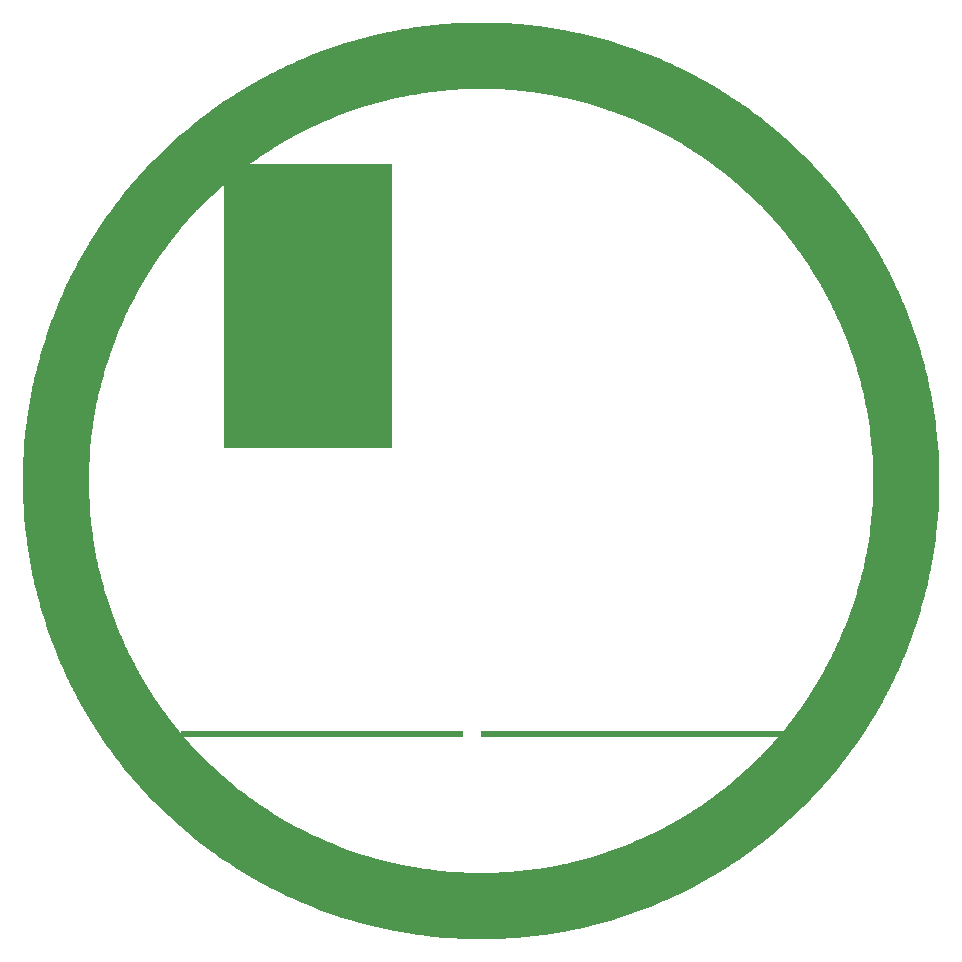
<source format=gko>
%FSTAX23Y23*%
%MOIN*%
%SFA1B1*%

%IPPOS*%
%ADD74C,0.220000*%
%ADD75R,1.005390X0.020000*%
%ADD76R,0.941930X0.020000*%
%ADD77R,0.562980X0.945000*%
%LNspeakeasy_audio-1*%
%LPD*%
G54D74*
X04566Y03149D02*
X04566Y03159D01*
X04566Y03169*
X04566Y03179*
X04566Y03189*
X04566Y03199*
X04565Y03209*
X04565Y03219*
X04564Y03229*
X04564Y03239*
X04563Y03249*
X04562Y03259*
X04561Y03269*
X0456Y03279*
X0456Y03289*
X04559Y03299*
X04557Y03309*
X04556Y03319*
X04555Y03329*
X04554Y03338*
X04552Y03348*
X04551Y03358*
X04549Y03368*
X04548Y03378*
X04546Y03388*
X04544Y03398*
X04543Y03408*
X04541Y03417*
X04539Y03427*
X04537Y03437*
X04535Y03447*
X04533Y03456*
X04531Y03466*
X04528Y03476*
X04526Y03486*
X04523Y03495*
X04521Y03505*
X04518Y03515*
X04516Y03524*
X04513Y03534*
X0451Y03544*
X04508Y03553*
X04505Y03563*
X04502Y03572*
X04499Y03582*
X04496Y03591*
X04493Y03601*
X04489Y0361*
X04486Y0362*
X04483Y03629*
X04479Y03639*
X04476Y03648*
X04472Y03657*
X04469Y03667*
X04465Y03676*
X04461Y03685*
X04457Y03694*
X04453Y03704*
X0445Y03713*
X04446Y03722*
X04441Y03731*
X04437Y0374*
X04433Y03749*
X04429Y03758*
X04425Y03767*
X0442Y03776*
X04416Y03785*
X04411Y03794*
X04407Y03803*
X04402Y03812*
X04397Y03821*
X04392Y03829*
X04388Y03838*
X04383Y03847*
X04378Y03856*
X04373Y03864*
X04368Y03873*
X04363Y03881*
X04357Y0389*
X04352Y03898*
X04347Y03907*
X04341Y03915*
X04336Y03924*
X04331Y03932*
X04325Y0394*
X04319Y03949*
X04314Y03957*
X04308Y03965*
X04302Y03973*
X04296Y03981*
X0429Y03989*
X04284Y03997*
X04278Y04005*
X04272Y04013*
X04266Y04021*
X0426Y04029*
X04254Y04037*
X04248Y04045*
X04241Y04052*
X04235Y0406*
X04228Y04068*
X04222Y04075*
X04215Y04083*
X04209Y0409*
X04202Y04098*
X04195Y04105*
X04189Y04113*
X04182Y0412*
X04175Y04127*
X04168Y04134*
X04161Y04142*
X04154Y04149*
X04147Y04156*
X0414Y04163*
X04133Y0417*
X04125Y04177*
X04118Y04183*
X04111Y0419*
X04103Y04197*
X04096Y04204*
X04089Y0421*
X04081Y04217*
X04073Y04224*
X04066Y0423*
X04058Y04236*
X04051Y04243*
X04043Y04249*
X04035Y04255*
X04027Y04262*
X04019Y04268*
X04011Y04274*
X04003Y0428*
X03995Y04286*
X03987Y04292*
X03979Y04298*
X03971Y04304*
X03963Y04309*
X03955Y04315*
X03947Y04321*
X03938Y04326*
X0393Y04332*
X03922Y04337*
X03913Y04343*
X03905Y04348*
X03896Y04353*
X03888Y04359*
X03879Y04364*
X03871Y04369*
X03862Y04374*
X03853Y04379*
X03845Y04384*
X03836Y04389*
X03827Y04394*
X03818Y04398*
X0381Y04403*
X03801Y04408*
X03792Y04412*
X03783Y04417*
X03774Y04421*
X03765Y04426*
X03756Y0443*
X03747Y04434*
X03738Y04438*
X03729Y04442*
X0372Y04447*
X0371Y04451*
X03701Y04454*
X03692Y04458*
X03683Y04462*
X03674Y04466*
X03664Y0447*
X03655Y04473*
X03646Y04477*
X03636Y0448*
X03627Y04484*
X03617Y04487*
X03608Y0449*
X03598Y04493*
X03589Y04496*
X03579Y045*
X0357Y04503*
X0356Y04505*
X03551Y04508*
X03541Y04511*
X03532Y04514*
X03522Y04517*
X03512Y04519*
X03503Y04522*
X03493Y04524*
X03483Y04526*
X03474Y04529*
X03464Y04531*
X03454Y04533*
X03444Y04535*
X03434Y04537*
X03425Y04539*
X03415Y04541*
X03405Y04543*
X03395Y04545*
X03385Y04547*
X03376Y04548*
X03366Y0455*
X03356Y04551*
X03346Y04553*
X03336Y04554*
X03326Y04555*
X03316Y04557*
X03306Y04558*
X03296Y04559*
X03286Y0456*
X03276Y04561*
X03266Y04562*
X03256Y04562*
X03246Y04563*
X03237Y04564*
X03227Y04564*
X03217Y04565*
X03207Y04565*
X03197Y04566*
X03187Y04566*
X03177Y04566*
X03167Y04566*
X03157Y04566*
X03147Y04566*
X03137Y04566*
X03127Y04566*
X03117Y04566*
X03107Y04566*
X03097Y04565*
X03087Y04565*
X03077Y04565*
X03067Y04564*
X03057Y04563*
X03047Y04563*
X03037Y04562*
X03027Y04561*
X03017Y0456*
X03007Y04559*
X02997Y04558*
X02987Y04557*
X02977Y04556*
X02967Y04555*
X02957Y04553*
X02947Y04552*
X02938Y04551*
X02928Y04549*
X02918Y04547*
X02908Y04546*
X02898Y04544*
X02888Y04542*
X02878Y0454*
X02869Y04538*
X02859Y04536*
X02849Y04534*
X02839Y04532*
X0283Y0453*
X0282Y04528*
X0281Y04525*
X028Y04523*
X02791Y0452*
X02781Y04518*
X02771Y04515*
X02762Y04512*
X02752Y0451*
X02743Y04507*
X02733Y04504*
X02724Y04501*
X02714Y04498*
X02704Y04495*
X02695Y04492*
X02686Y04488*
X02676Y04485*
X02667Y04482*
X02657Y04478*
X02648Y04475*
X02639Y04471*
X02629Y04468*
X0262Y04464*
X02611Y0446*
X02602Y04456*
X02592Y04452*
X02583Y04449*
X02574Y04445*
X02565Y0444*
X02556Y04436*
X02547Y04432*
X02538Y04428*
X02529Y04423*
X0252Y04419*
X02511Y04415*
X02502Y0441*
X02493Y04405*
X02484Y04401*
X02475Y04396*
X02467Y04391*
X02458Y04386*
X02449Y04382*
X0244Y04377*
X02432Y04372*
X02423Y04366*
X02415Y04361*
X02406Y04356*
X02398Y04351*
X02389Y04345*
X02381Y0434*
X02372Y04335*
X02364Y04329*
X02356Y04324*
X02347Y04318*
X02339Y04312*
X02331Y04307*
X02323Y04301*
X02315Y04295*
X02307Y04289*
X02299Y04283*
X02291Y04277*
X02283Y04271*
X02275Y04265*
X02267Y04259*
X02259Y04252*
X02252Y04246*
X02244Y0424*
X02236Y04233*
X02229Y04227*
X02221Y0422*
X02213Y04214*
X02206Y04207*
X02199Y042*
X02191Y04194*
X02184Y04187*
X02176Y0418*
X02169Y04173*
X02162Y04166*
X02155Y04159*
X02148Y04152*
X02141Y04145*
X02134Y04138*
X02127Y04131*
X0212Y04124*
X02113Y04116*
X02106Y04109*
X021Y04102*
X02093Y04094*
X02086Y04087*
X0208Y04079*
X02073Y04072*
X02067Y04064*
X0206Y04056*
X02054Y04049*
X02047Y04041*
X02041Y04033*
X02035Y04025*
X02029Y04017*
X02023Y04009*
X02017Y04001*
X02011Y03993*
X02005Y03985*
X01999Y03977*
X01993Y03969*
X01987Y03961*
X01982Y03953*
X01976Y03945*
X0197Y03936*
X01965Y03928*
X01959Y0392*
X01954Y03911*
X01949Y03903*
X01943Y03894*
X01938Y03886*
X01933Y03877*
X01928Y03869*
X01923Y0386*
X01918Y03851*
X01913Y03843*
X01908Y03834*
X01903Y03825*
X01899Y03816*
X01894Y03807*
X01889Y03799*
X01885Y0379*
X0188Y03781*
X01876Y03772*
X01872Y03763*
X01867Y03754*
X01863Y03745*
X01859Y03736*
X01855Y03727*
X01851Y03717*
X01847Y03708*
X01843Y03699*
X01839Y0369*
X01835Y03681*
X01831Y03671*
X01828Y03662*
X01824Y03653*
X01821Y03643*
X01817Y03634*
X01814Y03624*
X01811Y03615*
X01807Y03606*
X01804Y03596*
X01801Y03587*
X01798Y03577*
X01795Y03568*
X01792Y03558*
X01789Y03548*
X01786Y03539*
X01784Y03529*
X01781Y0352*
X01778Y0351*
X01776Y035*
X01774Y03491*
X01771Y03481*
X01769Y03471*
X01767Y03461*
X01764Y03452*
X01762Y03442*
X0176Y03432*
X01758Y03422*
X01756Y03412*
X01755Y03403*
X01753Y03393*
X01751Y03383*
X0175Y03373*
X01748Y03363*
X01747Y03353*
X01745Y03343*
X01744Y03334*
X01743Y03324*
X01741Y03314*
X0174Y03304*
X01739Y03294*
X01738Y03284*
X01737Y03274*
X01736Y03264*
X01736Y03254*
X01735Y03244*
X01734Y03234*
X01734Y03224*
X01733Y03214*
X01733Y03204*
X01733Y03194*
X01732Y03184*
X01732Y03174*
X01732Y03164*
X01732Y03154*
Y03144*
X01732Y03134*
X01732Y03124*
X01732Y03114*
X01733Y03104*
X01733Y03094*
X01733Y03084*
X01734Y03074*
X01734Y03064*
X01735Y03054*
X01736Y03044*
X01736Y03034*
X01737Y03024*
X01738Y03014*
X01739Y03004*
X0174Y02995*
X01741Y02985*
X01743Y02975*
X01744Y02965*
X01745Y02955*
X01747Y02945*
X01748Y02935*
X0175Y02925*
X01751Y02915*
X01753Y02905*
X01755Y02896*
X01756Y02886*
X01758Y02876*
X0176Y02866*
X01762Y02856*
X01764Y02847*
X01767Y02837*
X01769Y02827*
X01771Y02817*
X01774Y02808*
X01776Y02798*
X01778Y02788*
X01781Y02779*
X01784Y02769*
X01786Y02759*
X01789Y0275*
X01792Y0274*
X01795Y02731*
X01798Y02721*
X01801Y02712*
X01804Y02702*
X01807Y02693*
X01811Y02683*
X01814Y02674*
X01817Y02664*
X01821Y02655*
X01824Y02646*
X01828Y02636*
X01831Y02627*
X01835Y02618*
X01839Y02608*
X01843Y02599*
X01847Y0259*
X01851Y02581*
X01855Y02572*
X01859Y02563*
X01863Y02554*
X01867Y02544*
X01872Y02535*
X01876Y02526*
X0188Y02518*
X01885Y02509*
X01889Y025*
X01894Y02491*
X01899Y02482*
X01903Y02473*
X01908Y02464*
X01913Y02456*
X01918Y02447*
X01923Y02438*
X01928Y0243*
X01933Y02421*
X01938Y02413*
X01943Y02404*
X01949Y02396*
X01954Y02387*
X01959Y02379*
X01965Y0237*
X0197Y02362*
X01976Y02354*
X01982Y02345*
X01987Y02337*
X01993Y02329*
X01999Y02321*
X02005Y02313*
X02011Y02305*
X02017Y02297*
X02023Y02289*
X02029Y02281*
X02035Y02273*
X02041Y02265*
X02047Y02257*
X02054Y0225*
X0206Y02242*
X02067Y02234*
X02073Y02227*
X0208Y02219*
X02086Y02212*
X02093Y02204*
X021Y02197*
X02106Y02189*
X02113Y02182*
X0212Y02175*
X02127Y02167*
X02134Y0216*
X02141Y02153*
X02148Y02146*
X02155Y02139*
X02162Y02132*
X02169Y02125*
X02176Y02118*
X02184Y02111*
X02191Y02105*
X02198Y02098*
X02206Y02091*
X02213Y02085*
X02221Y02078*
X02229Y02071*
X02236Y02065*
X02244Y02059*
X02252Y02052*
X02259Y02046*
X02267Y0204*
X02275Y02033*
X02283Y02027*
X02291Y02021*
X02299Y02015*
X02307Y02009*
X02315Y02003*
X02323Y01998*
X02331Y01992*
X02339Y01986*
X02347Y0198*
X02356Y01975*
X02364Y01969*
X02372Y01964*
X02381Y01958*
X02389Y01953*
X02398Y01947*
X02406Y01942*
X02415Y01937*
X02423Y01932*
X02432Y01927*
X0244Y01922*
X02449Y01917*
X02458Y01912*
X02467Y01907*
X02475Y01902*
X02484Y01897*
X02493Y01893*
X02502Y01888*
X02511Y01884*
X0252Y01879*
X02529Y01875*
X02538Y0187*
X02547Y01866*
X02556Y01862*
X02565Y01858*
X02574Y01854*
X02583Y0185*
X02592Y01846*
X02602Y01842*
X02611Y01838*
X0262Y01834*
X02629Y01831*
X02639Y01827*
X02648Y01823*
X02657Y0182*
X02667Y01816*
X02676Y01813*
X02686Y0181*
X02695Y01807*
X02704Y01803*
X02714Y018*
X02723Y01797*
X02733Y01794*
X02743Y01791*
X02752Y01789*
X02762Y01786*
X02771Y01783*
X02781Y0178*
X02791Y01778*
X028Y01775*
X0281Y01773*
X0282Y01771*
X0283Y01768*
X02839Y01766*
X02849Y01764*
X02859Y01762*
X02869Y0176*
X02878Y01758*
X02888Y01756*
X02898Y01754*
X02908Y01752*
X02918Y01751*
X02928Y01749*
X02937Y01748*
X02947Y01746*
X02957Y01745*
X02967Y01744*
X02977Y01742*
X02987Y01741*
X02997Y0174*
X03007Y01739*
X03017Y01738*
X03027Y01737*
X03037Y01736*
X03047Y01735*
X03057Y01735*
X03067Y01734*
X03077Y01734*
X03087Y01733*
X03097Y01733*
X03107Y01732*
X03117Y01732*
X03127Y01732*
X03137Y01732*
X03147Y01732*
X03157Y01732*
X03167Y01732*
X03177Y01732*
X03187Y01732*
X03197Y01733*
X03207Y01733*
X03217Y01733*
X03227Y01734*
X03236Y01734*
X03246Y01735*
X03256Y01736*
X03266Y01737*
X03276Y01738*
X03286Y01738*
X03296Y01739*
X03306Y01741*
X03316Y01742*
X03326Y01743*
X03336Y01744*
X03346Y01746*
X03356Y01747*
X03366Y01748*
X03376Y0175*
X03385Y01752*
X03395Y01753*
X03405Y01755*
X03415Y01757*
X03425Y01759*
X03434Y01761*
X03444Y01763*
X03454Y01765*
X03464Y01767*
X03474Y01769*
X03483Y01772*
X03493Y01774*
X03503Y01777*
X03512Y01779*
X03522Y01782*
X03532Y01784*
X03541Y01787*
X03551Y0179*
X0356Y01793*
X0357Y01796*
X03579Y01799*
X03589Y01802*
X03598Y01805*
X03608Y01808*
X03617Y01811*
X03627Y01815*
X03636Y01818*
X03646Y01822*
X03655Y01825*
X03664Y01829*
X03674Y01832*
X03683Y01836*
X03692Y0184*
X03701Y01844*
X0371Y01848*
X0372Y01852*
X03729Y01856*
X03738Y0186*
X03747Y01864*
X03756Y01868*
X03765Y01873*
X03774Y01877*
X03783Y01881*
X03792Y01886*
X03801Y0189*
X0381Y01895*
X03818Y019*
X03827Y01905*
X03836Y01909*
X03845Y01914*
X03853Y01919*
X03862Y01924*
X03871Y01929*
X03879Y01934*
X03888Y0194*
X03896Y01945*
X03905Y0195*
X03913Y01955*
X03922Y01961*
X0393Y01966*
X03938Y01972*
X03947Y01977*
X03955Y01983*
X03963Y01989*
X03971Y01995*
X03979Y02*
X03987Y02006*
X03995Y02012*
X04003Y02018*
X04011Y02024*
X04019Y0203*
X04027Y02037*
X04035Y02043*
X04043Y02049*
X04051Y02055*
X04058Y02062*
X04066Y02068*
X04073Y02075*
X04081Y02081*
X04089Y02088*
X04096Y02095*
X04103Y02101*
X04111Y02108*
X04118Y02115*
X04125Y02122*
X04133Y02129*
X0414Y02136*
X04147Y02143*
X04154Y0215*
X04161Y02157*
X04168Y02164*
X04175Y02171*
X04182Y02178*
X04189Y02186*
X04195Y02193*
X04202Y022*
X04209Y02208*
X04215Y02215*
X04222Y02223*
X04228Y0223*
X04235Y02238*
X04241Y02246*
X04248Y02253*
X04254Y02261*
X0426Y02269*
X04266Y02277*
X04272Y02285*
X04278Y02293*
X04284Y02301*
X0429Y02309*
X04296Y02317*
X04302Y02325*
X04308Y02333*
X04314Y02341*
X04319Y0235*
X04325Y02358*
X04331Y02366*
X04336Y02374*
X04341Y02383*
X04347Y02391*
X04352Y024*
X04357Y02408*
X04363Y02417*
X04368Y02425*
X04373Y02434*
X04378Y02443*
X04383Y02451*
X04388Y0246*
X04392Y02469*
X04397Y02478*
X04402Y02486*
X04407Y02495*
X04411Y02504*
X04416Y02513*
X0442Y02522*
X04425Y02531*
X04429Y0254*
X04433Y02549*
X04437Y02558*
X04441Y02567*
X04446Y02576*
X0445Y02585*
X04453Y02595*
X04457Y02604*
X04461Y02613*
X04465Y02622*
X04469Y02632*
X04472Y02641*
X04476Y0265*
X04479Y0266*
X04483Y02669*
X04486Y02679*
X04489Y02688*
X04493Y02697*
X04496Y02707*
X04499Y02716*
X04502Y02726*
X04505Y02735*
X04508Y02745*
X0451Y02755*
X04513Y02764*
X04516Y02774*
X04518Y02784*
X04521Y02793*
X04523Y02803*
X04526Y02813*
X04528Y02822*
X04531Y02832*
X04533Y02842*
X04535Y02852*
X04537Y02861*
X04539Y02871*
X04541Y02881*
X04543Y02891*
X04544Y02901*
X04546Y0291*
X04548Y0292*
X04549Y0293*
X04551Y0294*
X04552Y0295*
X04554Y0296*
X04555Y0297*
X04556Y0298*
X04557Y0299*
X04559Y03*
X0456Y03009*
X0456Y03019*
X04561Y03029*
X04562Y03039*
X04563Y03049*
X04564Y03059*
X04564Y03069*
X04565Y03079*
X04565Y03089*
X04566Y03099*
X04566Y03109*
X04566Y03119*
X04566Y03129*
X04566Y03139*
X04566Y03149*
G54D75*
X03652Y02305D03*
G54D76*
X02618Y02305D03*
G54D77*
X02571Y03731D03*
M02*
</source>
